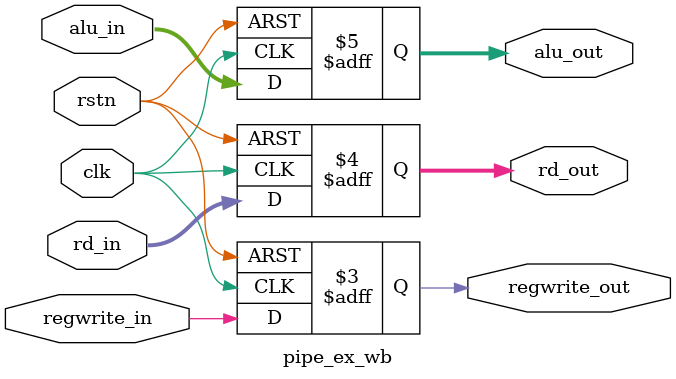
<source format=v>
`timescale 1ns / 1ps



module pipe_ex_wb (
    input        clk,
    input        rstn,
    input        regwrite_in,
    input  [2:0] rd_in,
    input  [7:0] alu_in,

    output reg        regwrite_out,
    output reg [2:0]  rd_out,
    output reg [7:0]  alu_out
);

    always @(posedge clk or negedge rstn) begin
        if (!rstn) begin
            regwrite_out <= 0;
            rd_out       <= 0;
            alu_out      <= 0;
        end else begin
            regwrite_out <= regwrite_in;
            rd_out       <= rd_in;
            alu_out      <= alu_in;
        end
    end

endmodule


</source>
